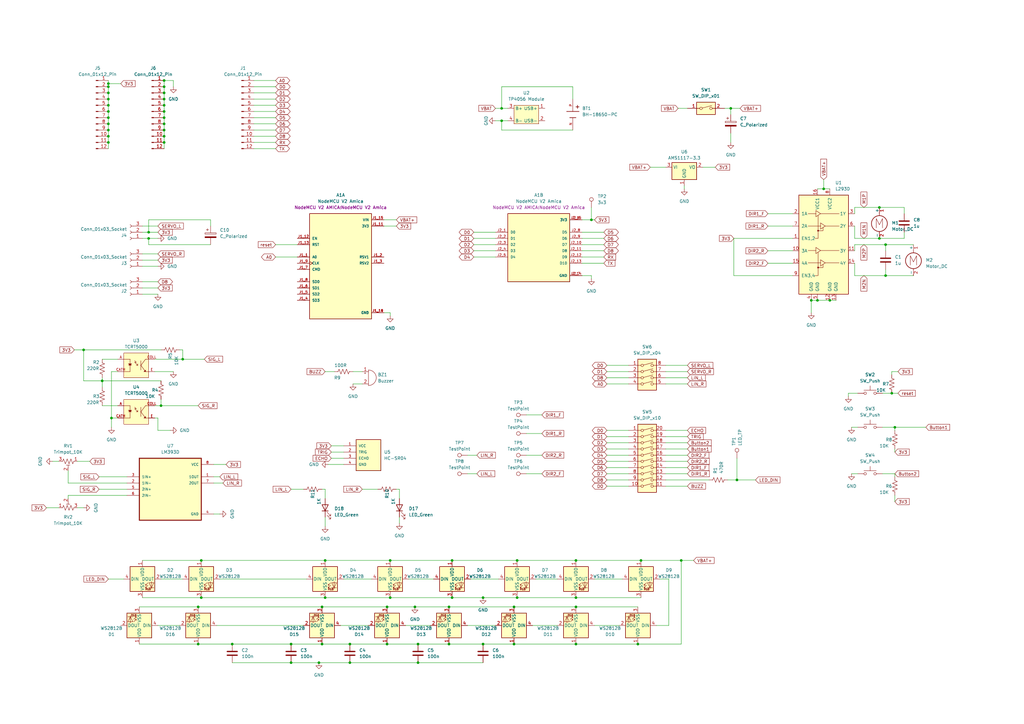
<source format=kicad_sch>
(kicad_sch (version 20230121) (generator eeschema)
  (paper "A3")
  (title_block (title "NomoKit Schematic") (date "2023-11-14") (rev "2"))
  (junction (at 34.29 143.51))
  (junction (at 44.45 34.29))
  (junction (at 74.93 147.32))
  (junction (at 67.31 53.34))
  (junction (at 44.45 50.8))
  (junction (at 119.38 271.78))
  (junction (at 236.22 229.87))
  (junction (at 67.31 43.18))
  (junction (at 67.31 58.42))
  (junction (at 41.91 156.21))
  (junction (at 160.02 229.87))
  (junction (at 82.55 245.11))
  (junction (at 360.68 85.09))
  (junction (at 82.55 229.87))
  (junction (at 236.22 245.11))
  (junction (at 302.26 196.85))
  (junction (at 210.82 248.92))
  (junction (at 67.31 38.1))
  (junction (at 363.22 100.33))
  (junction (at 67.31 40.64))
  (junction (at 44.45 35.56))
  (junction (at 44.45 58.42))
  (junction (at 332.74 123.19))
  (junction (at 67.31 33.02))
  (junction (at 67.31 50.8))
  (junction (at 236.22 248.92))
  (junction (at 67.31 48.26))
  (junction (at 44.45 45.72))
  (junction (at 212.09 245.11))
  (junction (at 212.09 229.87))
  (junction (at 133.35 245.11))
  (junction (at 132.08 248.92))
  (junction (at 242.57 90.17))
  (junction (at 67.31 45.72))
  (junction (at 67.31 55.88))
  (junction (at 170.18 248.92))
  (junction (at 205.74 49.53))
  (junction (at 367.03 175.26))
  (junction (at 210.82 264.16))
  (junction (at 60.96 97.79))
  (junction (at 81.28 264.16))
  (junction (at 198.12 264.16))
  (junction (at 299.72 44.45))
  (junction (at 185.42 245.11))
  (junction (at 158.75 248.92))
  (junction (at 81.28 248.92))
  (junction (at 44.45 38.1))
  (junction (at 67.31 35.56))
  (junction (at 262.89 229.87))
  (junction (at 44.45 55.88))
  (junction (at 44.45 53.34))
  (junction (at 171.45 264.16))
  (junction (at 119.38 264.16))
  (junction (at 44.45 48.26))
  (junction (at 143.51 264.16))
  (junction (at 261.62 264.16))
  (junction (at 132.08 264.16))
  (junction (at 363.22 113.03))
  (junction (at 340.36 123.19))
  (junction (at 171.45 271.78))
  (junction (at 44.45 43.18))
  (junction (at 143.51 271.78))
  (junction (at 184.15 264.16))
  (junction (at 360.68 97.79))
  (junction (at 95.25 264.16))
  (junction (at 198.12 245.11))
  (junction (at 60.96 95.25))
  (junction (at 335.28 123.19))
  (junction (at 365.76 161.29))
  (junction (at 130.81 271.78))
  (junction (at 66.04 166.37))
  (junction (at 44.45 40.64))
  (junction (at 158.75 264.16))
  (junction (at 185.42 229.87))
  (junction (at 205.74 44.45))
  (junction (at 133.35 229.87))
  (junction (at 45.72 171.45))
  (junction (at 160.02 245.11))
  (junction (at 184.15 248.92))
  (junction (at 337.82 77.47))
  (junction (at 236.22 264.16))
  (junction (at 279.4 229.87))
  (wire (pts (xy 52.07 198.12) (xy 27.94 198.12)))
  (wire (pts (xy 203.2 49.53) (xy 205.74 49.53)))
  (wire (pts (xy 143.51 271.78) (xy 171.45 271.78)))
  (wire (pts (xy 365.76 152.4) (xy 368.3 152.4)))
  (wire (pts (xy 238.76 105.41) (xy 247.65 105.41)))
  (wire (pts (xy 160.02 128.27) (xy 157.48 128.27)))
  (wire (pts (xy 132.08 264.16) (xy 119.38 264.16)))
  (wire (pts (xy 314.96 107.95) (xy 325.12 107.95)))
  (wire (pts (xy 44.45 35.56) (xy 44.45 38.1)))
  (wire (pts (xy 124.46 200.66) (xy 119.38 200.66)))
  (wire (pts (xy 278.13 44.45) (xy 281.94 44.45)))
  (wire (pts (xy 135.89 185.42) (xy 140.97 185.42)))
  (wire (pts (xy 44.45 53.34) (xy 44.45 55.88)))
  (wire (pts (xy 191.77 194.31) (xy 195.58 194.31)))
  (wire (pts (xy 90.17 237.49) (xy 125.73 237.49)))
  (wire (pts (xy 104.14 35.56) (xy 113.03 35.56)))
  (wire (pts (xy 135.89 187.96) (xy 140.97 187.96)))
  (wire (pts (xy 350.52 113.03) (xy 363.22 113.03)))
  (wire (pts (xy 273.05 154.94) (xy 281.94 154.94)))
  (wire (pts (xy 273.05 152.4) (xy 281.94 152.4)))
  (wire (pts (xy 203.2 44.45) (xy 205.74 44.45)))
  (wire (pts (xy 363.22 100.33) (xy 374.65 100.33)))
  (wire (pts (xy 60.96 97.79) (xy 60.96 100.33)))
  (wire (pts (xy 370.84 95.25) (xy 370.84 97.79)))
  (wire (pts (xy 299.72 44.45) (xy 299.72 46.99)))
  (wire (pts (xy 67.31 50.8) (xy 67.31 53.34)))
  (wire (pts (xy 273.05 191.77) (xy 281.94 191.77)))
  (wire (pts (xy 299.72 44.45) (xy 303.53 44.45)))
  (wire (pts (xy 58.42 97.79) (xy 60.96 97.79)))
  (wire (pts (xy 215.9 177.8) (xy 222.25 177.8)))
  (wire (pts (xy 40.64 195.58) (xy 52.07 195.58)))
  (wire (pts (xy 194.31 97.79) (xy 203.2 97.79)))
  (wire (pts (xy 288.29 68.58) (xy 293.37 68.58)))
  (wire (pts (xy 198.12 245.11) (xy 212.09 245.11)))
  (wire (pts (xy 130.81 271.78) (xy 143.51 271.78)))
  (wire (pts (xy 360.68 97.79) (xy 370.84 97.79)))
  (wire (pts (xy 36.83 189.23) (xy 31.75 189.23)))
  (wire (pts (xy 88.9 256.54) (xy 124.46 256.54)))
  (wire (pts (xy 44.45 34.29) (xy 44.45 35.56)))
  (wire (pts (xy 44.45 50.8) (xy 44.45 53.34)))
  (wire (pts (xy 160.02 129.54) (xy 160.02 128.27)))
  (wire (pts (xy 205.74 44.45) (xy 208.28 44.45)))
  (wire (pts (xy 44.45 40.64) (xy 44.45 43.18)))
  (wire (pts (xy 74.93 147.32) (xy 74.93 143.51)))
  (wire (pts (xy 350.52 100.33) (xy 350.52 102.87)))
  (wire (pts (xy 104.14 50.8) (xy 113.03 50.8)))
  (wire (pts (xy 87.63 198.12) (xy 91.44 198.12)))
  (wire (pts (xy 64.77 176.53) (xy 64.77 171.45)))
  (wire (pts (xy 74.93 147.32) (xy 83.82 147.32)))
  (wire (pts (xy 104.14 60.96) (xy 113.03 60.96)))
  (wire (pts (xy 133.35 204.47) (xy 133.35 200.66)))
  (wire (pts (xy 273.05 179.07) (xy 281.94 179.07)))
  (wire (pts (xy 269.24 256.54) (xy 274.32 256.54)))
  (wire (pts (xy 332.74 123.19) (xy 335.28 123.19)))
  (wire (pts (xy 257.81 199.39) (xy 248.92 199.39)))
  (wire (pts (xy 63.5 147.32) (xy 74.93 147.32)))
  (wire (pts (xy 44.45 33.02) (xy 44.45 34.29)))
  (wire (pts (xy 302.26 187.96) (xy 302.26 196.85)))
  (wire (pts (xy 163.83 204.47) (xy 163.83 200.66)))
  (wire (pts (xy 60.96 95.25) (xy 60.96 90.17)))
  (wire (pts (xy 299.72 54.61) (xy 299.72 58.42)))
  (wire (pts (xy 363.22 110.49) (xy 363.22 113.03)))
  (wire (pts (xy 236.22 248.92) (xy 210.82 248.92)))
  (wire (pts (xy 41.91 156.21) (xy 66.04 156.21)))
  (wire (pts (xy 49.53 34.29) (xy 44.45 34.29)))
  (wire (pts (xy 58.42 120.65) (xy 64.77 120.65)))
  (wire (pts (xy 67.31 53.34) (xy 67.31 55.88)))
  (wire (pts (xy 300.99 97.79) (xy 325.12 97.79)))
  (wire (pts (xy 198.12 264.16) (xy 184.15 264.16)))
  (wire (pts (xy 67.31 48.26) (xy 67.31 50.8)))
  (wire (pts (xy 87.63 210.82) (xy 90.17 210.82)))
  (wire (pts (xy 163.83 200.66) (xy 162.56 200.66)))
  (wire (pts (xy 158.75 248.92) (xy 132.08 248.92)))
  (wire (pts (xy 58.42 245.11) (xy 82.55 245.11)))
  (wire (pts (xy 210.82 264.16) (xy 198.12 264.16)))
  (wire (pts (xy 314.96 102.87) (xy 325.12 102.87)))
  (wire (pts (xy 367.03 175.26) (xy 361.95 175.26)))
  (wire (pts (xy 58.42 109.22) (xy 64.77 109.22)))
  (wire (pts (xy 58.42 92.71) (xy 64.77 92.71)))
  (wire (pts (xy 171.45 271.78) (xy 198.12 271.78)))
  (wire (pts (xy 215.9 170.18) (xy 222.25 170.18)))
  (wire (pts (xy 104.14 33.02) (xy 113.03 33.02)))
  (wire (pts (xy 243.84 256.54) (xy 254 256.54)))
  (wire (pts (xy 194.31 102.87) (xy 203.2 102.87)))
  (wire (pts (xy 335.28 77.47) (xy 337.82 77.47)))
  (wire (pts (xy 67.31 58.42) (xy 67.31 60.96)))
  (wire (pts (xy 67.31 35.56) (xy 67.31 38.1)))
  (wire (pts (xy 44.45 38.1) (xy 44.45 40.64)))
  (wire (pts (xy 337.82 77.47) (xy 337.82 73.66)))
  (wire (pts (xy 60.96 100.33) (xy 86.36 100.33)))
  (wire (pts (xy 273.05 157.48) (xy 281.94 157.48)))
  (wire (pts (xy 273.05 68.58) (xy 266.7 68.58)))
  (wire (pts (xy 273.05 184.15) (xy 281.94 184.15)))
  (wire (pts (xy 205.74 35.56) (xy 205.74 44.45)))
  (wire (pts (xy 262.89 229.87) (xy 279.4 229.87)))
  (wire (pts (xy 297.18 44.45) (xy 299.72 44.45)))
  (wire (pts (xy 234.95 35.56) (xy 205.74 35.56)))
  (wire (pts (xy 194.31 105.41) (xy 203.2 105.41)))
  (wire (pts (xy 248.92 149.86) (xy 257.81 149.86)))
  (wire (pts (xy 210.82 248.92) (xy 184.15 248.92)))
  (wire (pts (xy 360.68 97.79) (xy 350.52 97.79)))
  (wire (pts (xy 261.62 264.16) (xy 236.22 264.16)))
  (wire (pts (xy 185.42 229.87) (xy 212.09 229.87)))
  (wire (pts (xy 57.15 248.92) (xy 81.28 248.92)))
  (wire (pts (xy 257.81 184.15) (xy 248.92 184.15)))
  (wire (pts (xy 81.28 248.92) (xy 132.08 248.92)))
  (wire (pts (xy 48.26 166.37) (xy 41.91 166.37)))
  (wire (pts (xy 64.77 256.54) (xy 73.66 256.54)))
  (wire (pts (xy 67.31 45.72) (xy 67.31 48.26)))
  (wire (pts (xy 57.15 264.16) (xy 81.28 264.16)))
  (wire (pts (xy 104.14 38.1) (xy 113.03 38.1)))
  (wire (pts (xy 71.12 33.02) (xy 67.31 33.02)))
  (wire (pts (xy 337.82 77.47) (xy 340.36 77.47)))
  (wire (pts (xy 41.91 156.21) (xy 41.91 154.94)))
  (wire (pts (xy 205.74 53.34) (xy 205.74 49.53)))
  (wire (pts (xy 40.64 200.66) (xy 52.07 200.66)))
  (wire (pts (xy 67.31 43.18) (xy 67.31 45.72)))
  (wire (pts (xy 58.42 95.25) (xy 60.96 95.25)))
  (wire (pts (xy 365.76 153.67) (xy 365.76 152.4)))
  (wire (pts (xy 215.9 186.69) (xy 222.25 186.69)))
  (wire (pts (xy 360.68 85.09) (xy 370.84 85.09)))
  (wire (pts (xy 66.04 166.37) (xy 81.28 166.37)))
  (wire (pts (xy 274.32 237.49) (xy 270.51 237.49)))
  (wire (pts (xy 133.35 212.09) (xy 133.35 215.9)))
  (wire (pts (xy 191.77 256.54) (xy 203.2 256.54)))
  (wire (pts (xy 67.31 55.88) (xy 67.31 58.42)))
  (wire (pts (xy 104.14 40.64) (xy 113.03 40.64)))
  (wire (pts (xy 27.94 203.2) (xy 52.07 203.2)))
  (wire (pts (xy 236.22 245.11) (xy 262.89 245.11)))
  (wire (pts (xy 379.73 175.26) (xy 367.03 175.26)))
  (wire (pts (xy 66.04 166.37) (xy 63.5 166.37)))
  (wire (pts (xy 257.81 176.53) (xy 248.92 176.53)))
  (wire (pts (xy 160.02 229.87) (xy 185.42 229.87)))
  (wire (pts (xy 242.57 90.17) (xy 243.84 90.17)))
  (wire (pts (xy 151.13 256.54) (xy 139.7 256.54)))
  (wire (pts (xy 314.96 87.63) (xy 325.12 87.63)))
  (wire (pts (xy 134.62 190.5) (xy 140.97 190.5)))
  (wire (pts (xy 280.67 77.47) (xy 280.67 76.2)))
  (wire (pts (xy 273.05 194.31) (xy 281.94 194.31)))
  (wire (pts (xy 31.75 208.28) (xy 34.29 208.28)))
  (wire (pts (xy 95.25 264.16) (xy 119.38 264.16)))
  (wire (pts (xy 74.93 143.51) (xy 73.66 143.51)))
  (wire (pts (xy 273.05 189.23) (xy 281.94 189.23)))
  (wire (pts (xy 121.92 105.41) (xy 113.03 105.41)))
  (wire (pts (xy 166.37 256.54) (xy 176.53 256.54)))
  (wire (pts (xy 140.97 237.49) (xy 152.4 237.49)))
  (wire (pts (xy 19.05 208.28) (xy 24.13 208.28)))
  (wire (pts (xy 44.45 43.18) (xy 44.45 45.72)))
  (wire (pts (xy 44.45 237.49) (xy 50.8 237.49)))
  (wire (pts (xy 44.45 58.42) (xy 44.45 60.96)))
  (wire (pts (xy 365.76 161.29) (xy 361.95 161.29)))
  (wire (pts (xy 67.31 38.1) (xy 67.31 40.64)))
  (wire (pts (xy 82.55 245.11) (xy 133.35 245.11)))
  (wire (pts (xy 218.44 256.54) (xy 228.6 256.54)))
  (wire (pts (xy 184.15 264.16) (xy 171.45 264.16)))
  (wire (pts (xy 82.55 229.87) (xy 133.35 229.87)))
  (wire (pts (xy 347.98 161.29) (xy 351.79 161.29)))
  (wire (pts (xy 60.96 95.25) (xy 64.77 95.25)))
  (wire (pts (xy 44.45 45.72) (xy 44.45 48.26)))
  (wire (pts (xy 113.03 100.33) (xy 121.92 100.33)))
  (wire (pts (xy 171.45 264.16) (xy 158.75 264.16)))
  (wire (pts (xy 248.92 152.4) (xy 257.81 152.4)))
  (wire (pts (xy 347.98 162.56) (xy 347.98 161.29)))
  (wire (pts (xy 350.52 85.09) (xy 350.52 87.63)))
  (wire (pts (xy 34.29 156.21) (xy 41.91 156.21)))
  (wire (pts (xy 104.14 48.26) (xy 113.03 48.26)))
  (wire (pts (xy 41.91 156.21) (xy 41.91 158.75)))
  (wire (pts (xy 335.28 123.19) (xy 340.36 123.19)))
  (wire (pts (xy 349.25 175.26) (xy 351.79 175.26)))
  (wire (pts (xy 212.09 245.11) (xy 236.22 245.11)))
  (wire (pts (xy 27.94 198.12) (xy 27.94 193.04)))
  (wire (pts (xy 302.26 196.85) (xy 309.88 196.85)))
  (wire (pts (xy 274.32 256.54) (xy 274.32 237.49)))
  (wire (pts (xy 41.91 147.32) (xy 48.26 147.32)))
  (wire (pts (xy 340.36 123.19) (xy 342.9 123.19)))
  (wire (pts (xy 191.77 186.69) (xy 195.58 186.69)))
  (wire (pts (xy 104.14 45.72) (xy 113.03 45.72)))
  (wire (pts (xy 95.25 264.16) (xy 81.28 264.16)))
  (wire (pts (xy 234.95 53.34) (xy 205.74 53.34)))
  (wire (pts (xy 360.68 85.09) (xy 350.52 85.09)))
  (wire (pts (xy 104.14 43.18) (xy 113.03 43.18)))
  (wire (pts (xy 236.22 264.16) (xy 210.82 264.16)))
  (wire (pts (xy 273.05 196.85) (xy 290.83 196.85)))
  (wire (pts (xy 92.71 190.5) (xy 87.63 190.5)))
  (wire (pts (xy 45.72 152.4) (xy 45.72 171.45)))
  (wire (pts (xy 257.81 194.31) (xy 248.92 194.31)))
  (wire (pts (xy 273.05 186.69) (xy 281.94 186.69)))
  (wire (pts (xy 261.62 248.92) (xy 236.22 248.92)))
  (wire (pts (xy 238.76 107.95) (xy 247.65 107.95)))
  (wire (pts (xy 236.22 229.87) (xy 262.89 229.87)))
  (wire (pts (xy 238.76 100.33) (xy 247.65 100.33)))
  (wire (pts (xy 133.35 152.4) (xy 137.16 152.4)))
  (wire (pts (xy 363.22 113.03) (xy 374.65 113.03)))
  (wire (pts (xy 363.22 100.33) (xy 363.22 102.87)))
  (wire (pts (xy 119.38 271.78) (xy 130.81 271.78)))
  (wire (pts (xy 242.57 114.3) (xy 242.57 113.03)))
  (wire (pts (xy 194.31 100.33) (xy 203.2 100.33)))
  (wire (pts (xy 273.05 181.61) (xy 281.94 181.61)))
  (wire (pts (xy 350.52 100.33) (xy 363.22 100.33)))
  (wire (pts (xy 205.74 49.53) (xy 208.28 49.53)))
  (wire (pts (xy 273.05 176.53) (xy 281.94 176.53)))
  (wire (pts (xy 300.99 113.03) (xy 325.12 113.03)))
  (wire (pts (xy 44.45 55.88) (xy 44.45 58.42)))
  (wire (pts (xy 257.81 181.61) (xy 248.92 181.61)))
  (wire (pts (xy 133.35 200.66) (xy 132.08 200.66)))
  (wire (pts (xy 238.76 102.87) (xy 247.65 102.87)))
  (wire (pts (xy 273.05 149.86) (xy 281.94 149.86)))
  (wire (pts (xy 242.57 85.09) (xy 242.57 90.17)))
  (wire (pts (xy 34.29 143.51) (xy 34.29 156.21)))
  (wire (pts (xy 314.96 92.71) (xy 325.12 92.71)))
  (wire (pts (xy 158.75 264.16) (xy 143.51 264.16)))
  (wire (pts (xy 257.81 196.85) (xy 248.92 196.85)))
  (wire (pts (xy 242.57 113.03) (xy 238.76 113.03)))
  (wire (pts (xy 34.29 143.51) (xy 66.04 143.51)))
  (wire (pts (xy 238.76 90.17) (xy 242.57 90.17)))
  (wire (pts (xy 133.35 245.11) (xy 160.02 245.11)))
  (wire (pts (xy 248.92 157.48) (xy 257.81 157.48)))
  (wire (pts (xy 370.84 85.09) (xy 370.84 87.63)))
  (wire (pts (xy 104.14 58.42) (xy 113.03 58.42)))
  (wire (pts (xy 71.12 35.56) (xy 71.12 33.02)))
  (wire (pts (xy 257.81 189.23) (xy 248.92 189.23)))
  (wire (pts (xy 24.13 189.23) (xy 21.59 189.23)))
  (wire (pts (xy 58.42 104.14) (xy 64.77 104.14)))
  (wire (pts (xy 95.25 271.78) (xy 119.38 271.78)))
  (wire (pts (xy 367.03 194.31) (xy 361.95 194.31)))
  (wire (pts (xy 219.71 237.49) (xy 228.6 237.49)))
  (wire (pts (xy 273.05 199.39) (xy 281.94 199.39)))
  (wire (pts (xy 30.48 143.51) (xy 34.29 143.51)))
  (wire (pts (xy 104.14 53.34) (xy 113.03 53.34)))
  (wire (pts (xy 60.96 90.17) (xy 86.36 90.17)))
  (wire (pts (xy 243.84 237.49) (xy 255.27 237.49)))
  (wire (pts (xy 257.81 191.77) (xy 248.92 191.77)))
  (wire (pts (xy 365.76 161.29) (xy 368.3 161.29)))
  (wire (pts (xy 133.35 229.87) (xy 160.02 229.87)))
  (wire (pts (xy 144.78 157.48) (xy 148.59 157.48)))
  (wire (pts (xy 367.03 184.15) (xy 367.03 185.42)))
  (wire (pts (xy 45.72 171.45) (xy 48.26 171.45)))
  (wire (pts (xy 63.5 152.4) (xy 71.12 152.4)))
  (wire (pts (xy 163.83 212.09) (xy 163.83 214.63)))
  (wire (pts (xy 300.99 97.79) (xy 300.99 113.03)))
  (wire (pts (xy 66.04 163.83) (xy 66.04 166.37)))
  (wire (pts (xy 60.96 97.79) (xy 64.77 97.79)))
  (wire (pts (xy 27.94 204.47) (xy 27.94 203.2)))
  (wire (pts (xy 367.03 176.53) (xy 367.03 175.26)))
  (wire (pts (xy 44.45 48.26) (xy 44.45 50.8)))
  (wire (pts (xy 194.31 95.25) (xy 203.2 95.25)))
  (wire (pts (xy 58.42 106.68) (xy 64.77 106.68)))
  (wire (pts (xy 284.48 229.87) (xy 279.4 229.87)))
  (wire (pts (xy 167.64 237.49) (xy 177.8 237.49)))
  (wire (pts (xy 248.92 154.94) (xy 257.81 154.94)))
  (wire (pts (xy 58.42 118.11) (xy 64.77 118.11)))
  (wire (pts (xy 148.59 200.66) (xy 154.94 200.66)))
  (wire (pts (xy 69.85 176.53) (xy 64.77 176.53)))
  (wire (pts (xy 212.09 229.87) (xy 236.22 229.87)))
  (wire (pts (xy 238.76 95.25) (xy 247.65 95.25)))
  (wire (pts (xy 87.63 195.58) (xy 90.17 195.58)))
  (wire (pts (xy 350.52 97.79) (xy 350.52 92.71)))
  (wire (pts (xy 279.4 264.16) (xy 261.62 264.16)))
  (wire (pts (xy 170.18 248.92) (xy 158.75 248.92)))
  (wire (pts (xy 279.4 229.87) (xy 279.4 264.16)))
  (wire (pts (xy 144.78 152.4) (xy 148.59 152.4)))
  (wire (pts (xy 350.52 113.03) (xy 350.52 107.95)))
  (wire (pts (xy 298.45 196.85) (xy 302.26 196.85)))
  (wire (pts (xy 238.76 97.79) (xy 247.65 97.79)))
  (wire (pts (xy 184.15 248.92) (xy 170.18 248.92)))
  (wire (pts (xy 157.48 90.17) (xy 162.56 90.17)))
  (wire (pts (xy 160.02 245.11) (xy 185.42 245.11)))
  (wire (pts (xy 58.42 229.87) (xy 82.55 229.87)))
  (wire (pts (xy 104.14 55.88) (xy 113.03 55.88)))
  (wire (pts (xy 185.42 245.11) (xy 198.12 245.11)))
  (wire (pts (xy 349.25 194.31) (xy 351.79 194.31)))
  (wire (pts (xy 58.42 115.57) (xy 64.77 115.57)))
  (wire (pts (xy 157.48 92.71) (xy 162.56 92.71)))
  (wire (pts (xy 86.36 90.17) (xy 86.36 92.71)))
  (wire (pts (xy 257.81 179.07) (xy 248.92 179.07)))
  (wire (pts (xy 257.81 186.69) (xy 248.92 186.69)))
  (wire (pts (xy 67.31 33.02) (xy 67.31 35.56)))
  (wire (pts (xy 67.31 40.64) (xy 67.31 43.18)))
  (wire (pts (xy 193.04 237.49) (xy 204.47 237.49)))
  (wire (pts (xy 367.03 203.2) (xy 367.03 205.74)))
  (wire (pts (xy 48.26 152.4) (xy 45.72 152.4)))
  (wire (pts (xy 45.72 171.45) (xy 45.72 175.26)))
  (wire (pts (xy 367.03 195.58) (xy 367.03 194.31)))
  (wire (pts (xy 332.74 123.19) (xy 332.74 128.27)))
  (wire (pts (xy 215.9 194.31) (xy 222.25 194.31)))
  (wire (pts (xy 135.89 182.88) (xy 140.97 182.88)))
  (wire (pts (xy 234.95 40.64) (xy 234.95 35.56)))
  (wire (pts (xy 66.04 237.49) (xy 74.93 237.49)))
  (wire (pts (xy 64.77 171.45) (xy 63.5 171.45)))
  (wire (pts (xy 143.51 264.16) (xy 132.08 264.16)))
  (global_label "DIR2_F" (shape input) (at 222.25 194.31 0) (property "Intersheetrefs" "${INTERSHEET_REFS}" (effects hide)))
  (global_label "D8" (shape bidirectional) (at 247.65 102.87 0) (property "Intersheetrefs" "${INTERSHEET_REFS}" (effects hide)))
  (global_label "VBAT+" (shape input) (at 284.48 229.87 0) (property "Intersheetrefs" "${INTERSHEET_REFS}" (effects hide)))
  (global_label "LIN_R" (shape input) (at 195.58 186.69 0) (property "Intersheetrefs" "${INTERSHEET_REFS}" (effects hide)))
  (global_label "BUZZ" (shape input) (at 281.94 199.39 0) (property "Intersheetrefs" "${INTERSHEET_REFS}" (effects hide)))
  (global_label "VBAT" (shape input) (at 278.13 44.45 180) (property "Intersheetrefs" "${INTERSHEET_REFS}" (effects hide)))
  (global_label "DIR1_R" (shape input) (at 281.94 194.31 0) (property "Intersheetrefs" "${INTERSHEET_REFS}" (effects hide)))
  (global_label "3V3" (shape input) (at 64.77 95.25 0) (property "Intersheetrefs" "${INTERSHEET_REFS}" (effects hide)))
  (global_label "3V3" (shape input) (at 293.37 68.58 0) (property "Intersheetrefs" "${INTERSHEET_REFS}" (effects hide)))
  (global_label "Button2" (shape input) (at 281.94 181.61 0) (property "Intersheetrefs" "${INTERSHEET_REFS}" (effects hide)))
  (global_label "ECHO" (shape input) (at 281.94 176.53 0) (property "Intersheetrefs" "${INTERSHEET_REFS}" (effects hide)))
  (global_label "reset" (shape input) (at 113.03 100.33 180) (property "Intersheetrefs" "${INTERSHEET_REFS}" (effects hide)))
  (global_label "BUZZ" (shape input) (at 133.35 152.4 180) (property "Intersheetrefs" "${INTERSHEET_REFS}" (effects hide)))
  (global_label "LED_DIN" (shape input) (at 44.45 237.49 180) (property "Intersheetrefs" "${INTERSHEET_REFS}" (effects hide)))
  (global_label "D2" (shape bidirectional) (at 113.03 40.64 0) (property "Intersheetrefs" "${INTERSHEET_REFS}" (effects hide)))
  (global_label "3V3" (shape input) (at 162.56 92.71 0) (property "Intersheetrefs" "${INTERSHEET_REFS}" (effects hide)))
  (global_label "Button1" (shape input) (at 281.94 184.15 0) (property "Intersheetrefs" "${INTERSHEET_REFS}" (effects hide)))
  (global_label "LIN_L" (shape input) (at 90.17 195.58 0) (property "Intersheetrefs" "${INTERSHEET_REFS}" (effects hide)))
  (global_label "DIR1_F" (shape input) (at 314.96 87.63 180) (property "Intersheetrefs" "${INTERSHEET_REFS}" (effects hide)))
  (global_label "SERVO_L" (shape input) (at 281.94 149.86 0) (property "Intersheetrefs" "${INTERSHEET_REFS}" (effects hide)))
  (global_label "D6" (shape bidirectional) (at 247.65 97.79 0) (property "Intersheetrefs" "${INTERSHEET_REFS}" (effects hide)))
  (global_label "3V3" (shape input) (at 64.77 106.68 0) (property "Intersheetrefs" "${INTERSHEET_REFS}" (effects hide)))
  (global_label "D4" (shape bidirectional) (at 194.31 105.41 180) (property "Intersheetrefs" "${INTERSHEET_REFS}" (effects hide)))
  (global_label "D3" (shape bidirectional) (at 113.03 43.18 0) (property "Intersheetrefs" "${INTERSHEET_REFS}" (effects hide)))
  (global_label "VBAT" (shape input) (at 203.2 44.45 180) (property "Intersheetrefs" "${INTERSHEET_REFS}" (effects hide)))
  (global_label "SERVO_R" (shape input) (at 281.94 152.4 0) (property "Intersheetrefs" "${INTERSHEET_REFS}" (effects hide)))
  (global_label "VBAT+" (shape input) (at 266.7 68.58 180) (property "Intersheetrefs" "${INTERSHEET_REFS}" (effects hide)))
  (global_label "A0" (shape bidirectional) (at 113.03 33.02 0) (property "Intersheetrefs" "${INTERSHEET_REFS}" (effects hide)))
  (global_label "DIR2_F" (shape input) (at 314.96 107.95 180) (property "Intersheetrefs" "${INTERSHEET_REFS}" (effects hide)))
  (global_label "LED_DIN" (shape input) (at 309.88 196.85 0) (property "Intersheetrefs" "${INTERSHEET_REFS}" (effects hide)))
  (global_label "D5" (shape bidirectional) (at 247.65 95.25 0) (property "Intersheetrefs" "${INTERSHEET_REFS}" (effects hide)))
  (global_label "A0" (shape bidirectional) (at 248.92 157.48 180) (property "Intersheetrefs" "${INTERSHEET_REFS}" (effects hide)))
  (global_label "D4" (shape bidirectional) (at 248.92 186.69 180) (property "Intersheetrefs" "${INTERSHEET_REFS}" (effects hide)))
  (global_label "DIR1_R" (shape input) (at 222.25 177.8 0) (property "Intersheetrefs" "${INTERSHEET_REFS}" (effects hide)))
  (global_label "3V3" (shape input) (at 367.03 185.42 0) (property "Intersheetrefs" "${INTERSHEET_REFS}" (effects hide)))
  (global_label "VBAT+" (shape input) (at 162.56 90.17 0) (property "Intersheetrefs" "${INTERSHEET_REFS}" (effects hide)))
  (global_label "3V3" (shape input) (at 135.89 182.88 180) (property "Intersheetrefs" "${INTERSHEET_REFS}" (effects hide)))
  (global_label "DIR2_R" (shape input) (at 222.25 186.69 0) (property "Intersheetrefs" "${INTERSHEET_REFS}" (effects hide)))
  (global_label "M1N" (shape input) (at 354.33 97.79 90) (property "Intersheetrefs" "${INTERSHEET_REFS}" (effects hide)))
  (global_label "D2" (shape bidirectional) (at 248.92 181.61 180) (property "Intersheetrefs" "${INTERSHEET_REFS}" (effects hide)))
  (global_label "Button2" (shape input) (at 367.03 194.31 0) (property "Intersheetrefs" "${INTERSHEET_REFS}" (effects hide)))
  (global_label "DIR2_R" (shape input) (at 314.96 102.87 180) (property "Intersheetrefs" "${INTERSHEET_REFS}" (effects hide)))
  (global_label "3V3" (shape input) (at 36.83 189.23 0) (property "Intersheetrefs" "${INTERSHEET_REFS}" (effects hide)))
  (global_label "A0" (shape bidirectional) (at 113.03 105.41 180) (property "Intersheetrefs" "${INTERSHEET_REFS}" (effects hide)))
  (global_label "D3" (shape bidirectional) (at 248.92 184.15 180) (property "Intersheetrefs" "${INTERSHEET_REFS}" (effects hide)))
  (global_label "LIN_R" (shape input) (at 91.44 198.12 0) (property "Intersheetrefs" "${INTERSHEET_REFS}" (effects hide)))
  (global_label "3V3" (shape input) (at 49.53 34.29 0) (property "Intersheetrefs" "${INTERSHEET_REFS}" (effects hide)))
  (global_label "RX" (shape input) (at 247.65 105.41 0) (property "Intersheetrefs" "${INTERSHEET_REFS}" (effects hide)))
  (global_label "LIN_L" (shape input) (at 195.58 194.31 0) (property "Intersheetrefs" "${INTERSHEET_REFS}" (effects hide)))
  (global_label "M2P" (shape input) (at 354.33 100.33 270) (property "Intersheetrefs" "${INTERSHEET_REFS}" (effects hide)))
  (global_label "SIG_L" (shape input) (at 83.82 147.32 0) (property "Intersheetrefs" "${INTERSHEET_REFS}" (effects hide)))
  (global_label "SIG_R" (shape input) (at 40.64 200.66 180) (property "Intersheetrefs" "${INTERSHEET_REFS}" (effects hide)))
  (global_label "D0" (shape bidirectional) (at 248.92 149.86 180) (property "Intersheetrefs" "${INTERSHEET_REFS}" (effects hide)))
  (global_label "TX" (shape input) (at 247.65 107.95 0) (property "Intersheetrefs" "${INTERSHEET_REFS}" (effects hide)))
  (global_label "SERVO_L" (shape input) (at 64.77 92.71 0) (property "Intersheetrefs" "${INTERSHEET_REFS}" (effects hide)))
  (global_label "D5" (shape bidirectional) (at 113.03 48.26 0) (property "Intersheetrefs" "${INTERSHEET_REFS}" (effects hide)))
  (global_label "D1" (shape bidirectional) (at 194.31 97.79 180) (property "Intersheetrefs" "${INTERSHEET_REFS}" (effects hide)))
  (global_label "LIN_R" (shape input) (at 148.59 200.66 180) (property "Intersheetrefs" "${INTERSHEET_REFS}" (effects hide)))
  (global_label "D5" (shape bidirectional) (at 248.92 189.23 180) (property "Intersheetrefs" "${INTERSHEET_REFS}" (effects hide)))
  (global_label "RX" (shape bidirectional) (at 113.03 58.42 0) (property "Intersheetrefs" "${INTERSHEET_REFS}" (effects hide)))
  (global_label "LIN_L" (shape input) (at 119.38 200.66 180) (property "Intersheetrefs" "${INTERSHEET_REFS}" (effects hide)))
  (global_label "VBAT+" (shape input) (at 303.53 44.45 0) (property "Intersheetrefs" "${INTERSHEET_REFS}" (effects hide)))
  (global_label "D4" (shape bidirectional) (at 113.03 45.72 0) (property "Intersheetrefs" "${INTERSHEET_REFS}" (effects hide)))
  (global_label "DIR2_R" (shape input) (at 281.94 189.23 0) (property "Intersheetrefs" "${INTERSHEET_REFS}" (effects hide)))
  (global_label "SIG_R" (shape input) (at 81.28 166.37 0) (property "Intersheetrefs" "${INTERSHEET_REFS}" (effects hide)))
  (global_label "LIN_R" (shape input) (at 281.94 157.48 0) (property "Intersheetrefs" "${INTERSHEET_REFS}" (effects hide)))
  (global_label "3V3" (shape input) (at 64.77 118.11 0) (property "Intersheetrefs" "${INTERSHEET_REFS}" (effects hide)))
  (global_label "D8" (shape bidirectional) (at 248.92 196.85 180) (property "Intersheetrefs" "${INTERSHEET_REFS}" (effects hide)))
  (global_label "M1P" (shape input) (at 354.33 85.09 90) (property "Intersheetrefs" "${INTERSHEET_REFS}" (effects hide)))
  (global_label "D1" (shape bidirectional) (at 113.03 38.1 0) (property "Intersheetrefs" "${INTERSHEET_REFS}" (effects hide)))
  (global_label "D8" (shape bidirectional) (at 64.77 115.57 0) (property "Intersheetrefs" "${INTERSHEET_REFS}" (effects hide)))
  (global_label "D7" (shape bidirectional) (at 248.92 194.31 180) (property "Intersheetrefs" "${INTERSHEET_REFS}" (effects hide)))
  (global_label "Button1" (shape input) (at 379.73 175.26 0) (property "Intersheetrefs" "${INTERSHEET_REFS}" (effects hide)))
  (global_label "D6" (shape bidirectional) (at 248.92 191.77 180) (property "Intersheetrefs" "${INTERSHEET_REFS}" (effects hide)))
  (global_label "ECHO" (shape input) (at 135.89 187.96 180) (property "Intersheetrefs" "${INTERSHEET_REFS}" (effects hide)))
  (global_label "TRIG" (shape input) (at 135.89 185.42 180) (property "Intersheetrefs" "${INTERSHEET_REFS}" (effects hide)))
  (global_label "D0" (shape bidirectional) (at 194.31 95.25 180) (property "Intersheetrefs" "${INTERSHEET_REFS}" (effects hide)))
  (global_label "D0" (shape bidirectional) (at 248.92 199.39 180) (property "Intersheetrefs" "${INTERSHEET_REFS}" (effects hide)))
  (global_label "D8" (shape bidirectional) (at 113.03 55.88 0) (property "Intersheetrefs" "${INTERSHEET_REFS}" (effects hide)))
  (global_label "D7" (shape bidirectional) (at 113.03 53.34 0) (property "Intersheetrefs" "${INTERSHEET_REFS}" (effects hide)))
  (global_label "DIR2_F" (shape input) (at 281.94 186.69 0) (property "Intersheetrefs" "${INTERSHEET_REFS}" (effects hide)))
  (global_label "3V3" (shape input) (at 243.84 90.17 0) (property "Intersheetrefs" "${INTERSHEET_REFS}" (effects hide)))
  (global_label "D8" (shape bidirectional) (at 248.92 154.94 180) (property "Intersheetrefs" "${INTERSHEET_REFS}" (effects hide)))
  (global_label "3V3" (shape input) (at 92.71 190.5 0) (property "Intersheetrefs" "${INTERSHEET_REFS}" (effects hide)))
  (global_label "M2N" (shape input) (at 354.33 113.03 270) (property "Intersheetrefs" "${INTERSHEET_REFS}" (effects hide)))
  (global_label "reset" (shape input) (at 368.3 161.29 0) (property "Intersheetrefs" "${INTERSHEET_REFS}" (effects hide)))
  (global_label "DIR1_F" (shape input) (at 222.25 170.18 0) (property "Intersheetrefs" "${INTERSHEET_REFS}" (effects hide)))
  (global_label "D0" (shape bidirectional) (at 113.03 35.56 0) (property "Intersheetrefs" "${INTERSHEET_REFS}" (effects hide)))
  (global_label "D3" (shape bidirectional) (at 194.31 102.87 180) (property "Intersheetrefs" "${INTERSHEET_REFS}" (effects hide)))
  (global_label "DIR1_R" (shape input) (at 314.96 92.71 180) (property "Intersheetrefs" "${INTERSHEET_REFS}" (effects hide)))
  (global_label "3V3" (shape input) (at 300.99 97.79 180) (property "Intersheetrefs" "${INTERSHEET_REFS}" (effects hide)))
  (global_label "SIG_L" (shape input) (at 40.64 195.58 180) (property "Intersheetrefs" "${INTERSHEET_REFS}" (effects hide)))
  (global_label "D7" (shape bidirectional) (at 247.65 100.33 0) (property "Intersheetrefs" "${INTERSHEET_REFS}" (effects hide)))
  (global_label "D1" (shape bidirectional) (at 248.92 152.4 180) (property "Intersheetrefs" "${INTERSHEET_REFS}" (effects hide)))
  (global_label "D2" (shape bidirectional) (at 194.31 100.33 180) (property "Intersheetrefs" "${INTERSHEET_REFS}" (effects hide)))
  (global_label "VBAT+" (shape input) (at 337.82 73.66 90) (property "Intersheetrefs" "${INTERSHEET_REFS}" (effects hide)))
  (global_label "3V3" (shape input) (at 367.03 205.74 0) (property "Intersheetrefs" "${INTERSHEET_REFS}" (effects hide)))
  (global_label "DIR1_F" (shape input) (at 281.94 191.77 0) (property "Intersheetrefs" "${INTERSHEET_REFS}" (effects hide)))
  (global_label "3V3" (shape input) (at 368.3 152.4 0) (property "Intersheetrefs" "${INTERSHEET_REFS}" (effects hide)))
  (global_label "D6" (shape bidirectional) (at 113.03 50.8 0) (property "Intersheetrefs" "${INTERSHEET_REFS}" (effects hide)))
  (global_label "D1" (shape bidirectional) (at 248.92 179.07 180) (property "Intersheetrefs" "${INTERSHEET_REFS}" (effects hide)))
  (global_label "3V3" (shape input) (at 30.48 143.51 180) (property "Intersheetrefs" "${INTERSHEET_REFS}" (effects hide)))
  (global_label "3V3" (shape input) (at 19.05 208.28 180) (property "Intersheetrefs" "${INTERSHEET_REFS}" (effects hide)))
  (global_label "D0" (shape bidirectional) (at 248.92 176.53 180) (property "Intersheetrefs" "${INTERSHEET_REFS}" (effects hide)))
  (global_label "TRIG" (shape input) (at 281.94 179.07 0) (property "Intersheetrefs" "${INTERSHEET_REFS}" (effects hide)))
  (global_label "SERVO_R" (shape input) (at 64.77 104.14 0) (property "Intersheetrefs" "${INTERSHEET_REFS}" (effects hide)))
  (global_label "TX" (shape bidirectional) (at 113.03 60.96 0) (property "Intersheetrefs" "${INTERSHEET_REFS}" (effects hide)))
  (global_label "LIN_L" (shape input) (at 281.94 154.94 0) (property "Intersheetrefs" "${INTERSHEET_REFS}" (effects hide)))
  (symbol (lib_id "power:GND") (at 349.25 194.31 0) (unit 1)
    (property "Reference" "#PWR013" (effects hide))
    (property "Value" "GND" (at 349.25 199.39 0))
  )
  (symbol (lib_id "TCRT5000:TCRT5000") (at 55.88 168.91 0) (unit 1)
    (property "Reference" "U4" (at 55.88 158.75 0))
    (property "Value" "TCRT5000" (at 55.88 161.29 0))
    (property "Footprint" "TCRT5000:OPTO_TCRT5000" (effects hide))
    (property "MF" "Vishay" (effects hide))
    (property "MAXIMUM_PACKAGE_HEIGHT" "7.2mm" (effects hide))
    (property "Package" "TCRT5000 Vishay" (effects hide))
    (property "Price" "None" (effects hide))
    (property "Check_prices" "https://www.snapeda.com/parts/TCRT5000/Vishay+Semiconductor+Opto+Division/view-part/?ref=eda" (effects hide))
    (property "STANDARD" "Manufacturer recommendations" (effects hide))
    (property "PARTREV" "1.7" (effects hide))
    (property "SnapEDA_Link" "https://www.snapeda.com/parts/TCRT5000/Vishay+Semiconductor+Opto+Division/view-part/?ref=snap" (effects hide))
    (property "MP" "TCRT5000" (effects hide))
    (property "Purchase-URL" "https://www.snapeda.com/api/url_track_click_mouser/?unipart_id=885229&manufacturer=Vishay&part_name=TCRT5000&search_term=tcrt5000" (effects hide))
    (property "Description" "\nReflective Optical Sensor 0.591 (15mm) PCB Mount\n" (effects hide))
    (property "Availability" "In Stock" (effects hide))
    (property "MANUFACTURER" "Vishay" (effects hide))
  )
  (symbol (lib_id "Motor:Motor_DC") (at 374.65 105.41 0) (unit 1)
    (property "Reference" "M2" (at 379.73 106.68 0) (effects (justify left)))
    (property "Value" "Motor_DC" (at 379.73 109.22 0) (effects (justify left)))
    (property "Footprint" "TerminalBlock_TE-Connectivity:TerminalBlock_TE_282834-2_1x02_P2.54mm_Horizontal" (effects hide))
  )
  (symbol (lib_id "Connector:TestPoint") (at 215.9 194.31 90) (unit 1)
    (property "Reference" "TP6" (at 212.598 189.23 90))
    (property "Value" "TestPoint" (at 212.598 191.77 90))
    (property "Footprint" "TestPoint:TestPoint_Pad_D1.0mm" (effects hide))
  )
  (symbol (lib_id "Switch:SW_DIP_x01") (at 289.56 44.45 0) (unit 1)
    (property "Reference" "SW1" (at 289.56 36.83 0))
    (property "Value" "SW_DIP_x01" (at 289.56 39.37 0))
    (property "Footprint" "Button_Switch_THT:SW_DIP_SPSTx01_Slide_9.78x4.72mm_W7.62mm_P2.54mm" (effects hide))
  )
  (symbol (lib_id "Connector:TestPoint") (at 215.9 186.69 90) (unit 1)
    (property "Reference" "TP5" (at 212.598 181.61 90))
    (property "Value" "TestPoint" (at 212.598 184.15 90))
    (property "Footprint" "TestPoint:TestPoint_Pad_D1.0mm" (effects hide))
  )
  (symbol (lib_id "Device:R_US") (at 158.75 200.66 90) (unit 1)
    (property "Reference" "R10" (at 158.75 204.47 0) (effects (justify left)))
    (property "Value" "1K" (at 161.29 207.01 0) (effects (justify left)))
    (property "Footprint" "Resistor_SMD:R_0805_2012Metric" (effects hide))
  )
  (symbol (lib_id "Device:R_US") (at 69.85 143.51 90) (unit 1)
    (property "Reference" "R5" (at 69.85 147.32 0) (effects (justify left)))
    (property "Value" "10K" (at 72.39 149.86 0) (effects (justify left)))
    (property "Footprint" "Resistor_SMD:R_0805_2012Metric" (effects hide))
  )
  (symbol (lib_id "Connector:Conn_01x12_Pin") (at 99.06 45.72 0) (unit 1)
    (property "Reference" "J1" (at 99.695 27.94 0))
    (property "Value" "Conn_01x12_Pin" (at 99.695 30.48 0))
    (property "Footprint" "Connector_PinHeader_2.54mm:PinHeader_1x12_P2.54mm_Vertical" (effects hide))
  )
  (symbol (lib_id "Device:R_Potentiometer_Trim_US") (at 27.94 189.23 270) (unit 1)
    (property "Reference" "RV1" (at 27.94 182.88 90))
    (property "Value" "Trimpot_10K" (at 27.94 185.42 90))
    (property "Footprint" "Potentiometer_THT:Potentiometer_Runtron_RM-065_Vertical" (effects hide))
  )
  (symbol (lib_id "power:GND") (at 90.17 210.82 90) (unit 1)
    (property "Reference" "#PWR015" (effects hide))
    (property "Value" "GND" (at 95.25 210.82 0))
  )
  (symbol (lib_id "Connector:Conn_01x03_Socket") (at 53.34 106.68 180) (unit 1)
    (property "Reference" "J3" (at 52.07 107.95 0) (effects (justify left)))
    (property "Value" "Conn_01x03_Socket" (at 52.07 105.41 0) (effects (justify left)))
    (property "Footprint" "Connector_JST:JST_EH_B3B-EH-A_1x03_P2.50mm_Vertical" (effects hide))
  )
  (symbol (lib_id "Switch:SW_Push") (at 356.87 161.29 0) (unit 1)
    (property "Reference" "SW2" (at 356.87 153.67 0))
    (property "Value" "SW_Push" (at 356.87 156.21 0))
    (property "Footprint" "Button_Switch_THT:SW_PUSH_6mm_H4.3mm" (effects hide))
  )
  (symbol (lib_id "Connector:TestPoint") (at 191.77 186.69 90) (unit 1)
    (property "Reference" "TP7" (at 188.468 181.61 90))
    (property "Value" "TestPoint" (at 188.468 184.15 90))
    (property "Footprint" "TestPoint:TestPoint_Pad_D1.0mm" (effects hide))
  )
  (symbol (lib_id "Device:LED") (at 163.83 208.28 90) (unit 1)
    (property "Reference" "D17" (at 167.64 208.5975 90) (effects (justify right)))
    (property "Value" "LED_Green" (at 167.64 211.1375 90) (effects (justify right)))
    (property "Footprint" "LED_SMD:LED_0805_2012Metric" (effects hide))
  )
  (symbol (lib_id "power:GND") (at 198.12 245.11 0) (unit 1)
    (property "Reference" "#PWR02" (effects hide))
    (property "Value" "GND" (at 198.12 250.19 0))
  )
  (symbol (lib_id "power:GND") (at 242.57 114.3 0) (unit 1)
    (property "Reference" "#PWR05" (effects hide))
    (property "Value" "GND" (at 242.57 119.38 0))
  )
  (symbol (lib_id "LED:WS2812B") (at 184.15 256.54 180) (unit 1)
    (property "Reference" "D13" (at 172.72 260.1879 0))
    (property "Value" "WS2812B" (at 172.72 257.6479 0))
    (property "Footprint" "LED_SMD:LED_WS2812B_PLCC4_5.0x5.0mm_P3.2mm" (effects hide))
    (property "Datasheet" "https://cdn-shop.adafruit.com/datasheets/WS2812B.pdf" (effects hide))
  )
  (symbol (lib_id "Connector:Conn_01x12_Pin") (at 62.23 45.72 0) (unit 1)
    (property "Reference" "J6" (at 62.865 27.94 0))
    (property "Value" "Conn_01x12_Pin" (at 62.865 30.48 0))
    (property "Footprint" "Connector_PinHeader_2.54mm:PinHeader_1x12_P2.54mm_Vertical" (effects hide))
  )
  (symbol (lib_id "power:GND") (at 134.62 190.5 270) (unit 1)
    (property "Reference" "#PWR010" (effects hide))
    (property "Value" "GND" (at 130.81 190.5 90) (effects (justify right)))
  )
  (symbol (lib_id "LED:WS2812B") (at 236.22 256.54 180) (unit 1)
    (property "Reference" "D11" (at 224.79 260.1879 0))
    (property "Value" "WS2812B" (at 224.79 257.6479 0))
    (property "Footprint" "LED_SMD:LED_WS2812B_PLCC4_5.0x5.0mm_P3.2mm" (effects hide))
    (property "Datasheet" "https://cdn-shop.adafruit.com/datasheets/WS2812B.pdf" (effects hide))
  )
  (symbol (lib_id "Device:R_US") (at 140.97 152.4 90) (unit 1)
    (property "Reference" "R9" (at 139.7 154.94 90) (effects (justify left)))
    (property "Value" "100R" (at 142.24 149.86 90) (effects (justify left)))
    (property "Footprint" "Resistor_SMD:R_0805_2012Metric" (effects hide))
  )
  (symbol (lib_id "Device:LED") (at 133.35 208.28 90) (unit 1)
    (property "Reference" "D18" (at 137.16 208.5975 90) (effects (justify right)))
    (property "Value" "LED_Green" (at 137.16 211.1375 90) (effects (justify right)))
    (property "Footprint" "LED_SMD:LED_0805_2012Metric" (effects hide))
  )
  (symbol (lib_id "LED:WS2812B") (at 262.89 237.49 0) (unit 1)
    (property "Reference" "D9" (at 274.32 233.8421 0))
    (property "Value" "WS2812B" (at 274.32 236.3821 0))
    (property "Footprint" "LED_SMD:LED_WS2812B_PLCC4_5.0x5.0mm_P3.2mm" (effects hide))
    (property "Datasheet" "https://cdn-shop.adafruit.com/datasheets/WS2812B.pdf" (effects hide))
  )
  (symbol (lib_id "Device:R_US") (at 41.91 151.13 0) (unit 1)
    (property "Reference" "R2" (at 38.1 148.59 0) (effects (justify left)))
    (property "Value" "220R" (at 35.56 151.13 0) (effects (justify left)))
    (property "Footprint" "Resistor_SMD:R_0805_2012Metric" (effects hide))
  )
  (symbol (lib_id "NodeMCU V2 AMICA:NodeMCU V2 Amica") (at 139.7 107.95 0) (unit 1)
    (property "Reference" "A1" (at 139.7 80.01 0))
    (property "Value" "NodeMCU V2 Amica" (at 139.7 82.55 0))
    (property "Footprint" "NodeMCU V2 AMICA:NodeMCU V2 Amica" (at 139.7 85.09 0))
    (property "MF" "Seeed Technology" (effects hide))
    (property "MAXIMUM_PACKAGE_HEIGHT" "N/A" (effects hide))
    (property "Package" "None" (effects hide))
    (property "Price" "None" (effects hide))
    (property "Check_prices" "https://www.snapeda.com/parts/NodeMCU%20v2/Seeed+Technology+Co.%252C+Ltd/view-part/?ref=eda" (effects hide))
    (property "STANDARD" "Manufacturer Recommendations" (effects hide))
    (property "PARTREV" "N/A" (effects hide))
    (property "SnapEDA_Link" "https://www.snapeda.com/parts/NodeMCU%20v2/Seeed+Technology+Co.%252C+Ltd/view-part/?ref=snap" (effects hide))
    (property "MP" "NodeMCU v2" (effects hide))
    (property "Description" "\nAn open-source firmware and development kit that helps you to Prototype your IOT product within a few Lua script lines\n" (effects hide))
    (property "Availability" "Not in stock" (effects hide))
    (property "MANUFACTURER" "Seeed" (effects hide))
  )
  (symbol (lib_id "Device:R_US") (at 294.64 196.85 90) (unit 1)
    (property "Reference" "R1" (at 293.37 194.31 0) (effects (justify left)))
    (property "Value" "470R" (at 295.91 194.31 0) (effects (justify left)))
    (property "Footprint" "Resistor_SMD:R_0805_2012Metric" (effects hide))
  )
  (symbol (lib_id "Connector:TestPoint") (at 215.9 170.18 90) (unit 1)
    (property "Reference" "TP3" (at 212.598 165.1 90))
    (property "Value" "TestPoint" (at 212.598 167.64 90))
    (property "Footprint" "TestPoint:TestPoint_Pad_D1.0mm" (effects hide))
  )
  (symbol (lib_id "power:GND") (at 170.18 248.92 0) (unit 1)
    (property "Reference" "#PWR03" (effects hide))
    (property "Value" "GND" (at 170.18 254 0))
  )
  (symbol (lib_id "power:GND") (at 203.2 49.53 270) (unit 1)
    (property "Reference" "#PWR04" (effects hide))
    (property "Value" "GND" (at 199.39 49.53 0))
  )
  (symbol (lib_id "power:GND") (at 130.81 271.78 0) (unit 1)
    (property "Reference" "#PWR011" (effects hide))
    (property "Value" "GND" (at 130.81 276.86 0))
  )
  (symbol (lib_id "Regulator_Linear:AMS1117-3.3") (at 280.67 68.58 0) (unit 1)
    (property "Reference" "U6" (at 280.67 62.23 0))
    (property "Value" "AMS1117-3.3" (at 280.67 64.77 0))
    (property "Footprint" "Package_TO_SOT_SMD:SOT-223-3_TabPin2" (effects hide))
    (property "Datasheet" "http://www.advanced-monolithic.com/pdf/ds1117.pdf" (effects hide))
  )
  (symbol (lib_id "Device:C_Polarized") (at 299.72 50.8 0) (unit 1)
    (property "Reference" "C7" (at 303.53 48.641 0) (effects (justify left)))
    (property "Value" "C_Polarized" (at 303.53 51.181 0) (effects (justify left)))
    (property "Footprint" "Capacitor_SMD:CP_Elec_6.3x5.3" (effects hide))
  )
  (symbol (lib_id "Connector:Conn_01x12_Pin") (at 39.37 45.72 0) (unit 1)
    (property "Reference" "J5" (at 40.005 27.94 0))
    (property "Value" "Conn_01x12_Pin" (at 40.005 30.48 0))
    (property "Footprint" "Connector_PinHeader_2.54mm:PinHeader_1x12_P2.54mm_Vertical" (effects hide))
  )
  (symbol (lib_id "LED:WS2812B") (at 160.02 237.49 0) (unit 1)
    (property "Reference" "D5" (at 171.45 233.8421 0))
    (property "Value" "WS2812B" (at 171.45 236.3821 0))
    (property "Footprint" "LED_SMD:LED_WS2812B_PLCC4_5.0x5.0mm_P3.2mm" (effects hide))
    (property "Datasheet" "https://cdn-shop.adafruit.com/datasheets/WS2812B.pdf" (effects hide))
  )
  (symbol (lib_id "Connector:TestPoint") (at 302.26 187.96 0) (unit 1)
    (property "Reference" "TP1" (at 300.99 182.88 90) (effects (justify left)))
    (property "Value" "LED_TP" (at 303.53 182.88 90) (effects (justify left)))
    (property "Footprint" "TestPoint:TestPoint_Pad_D1.0mm" (effects hide))
  )
  (symbol (lib_id "power:GND") (at 64.77 97.79 90) (unit 1)
    (property "Reference" "#PWR019" (effects hide))
    (property "Value" "GND" (at 68.58 97.79 90) (effects (justify right)))
  )
  (symbol (lib_id "Device:Buzzer") (at 151.13 154.94 0) (unit 1)
    (property "Reference" "BZ1" (at 154.94 153.67 0) (effects (justify left)))
    (property "Value" "Buzzer" (at 154.94 156.21 0) (effects (justify left)))
    (property "Footprint" "Buzzer_Beeper:Buzzer_12x9.5RM7.6" (effects hide))
  )
  (symbol (lib_id "Device:C") (at 143.51 267.97 0) (unit 1)
    (property "Reference" "C4" (at 147.32 266.7 0) (effects (justify left)))
    (property "Value" "100n" (at 147.32 269.24 0) (effects (justify left)))
    (property "Footprint" "Capacitor_SMD:C_0805_2012Metric" (effects hide))
  )
  (symbol (lib_id "Connector:TestPoint") (at 191.77 194.31 90) (unit 1) (in_bom no)
    (property "Reference" "TP8" (at 188.468 189.23 90))
    (property "Value" "TestPoint" (at 188.468 191.77 90))
    (property "Footprint" "TestPoint:TestPoint_Pad_D1.0mm" (effects hide))
  )
  (symbol (lib_id "power:GND") (at 34.29 208.28 90) (unit 1)
    (property "Reference" "#PWR024" (effects hide))
    (property "Value" "GND" (at 39.37 208.28 0))
  )
  (symbol (lib_id "LM393D:LM393D") (at 69.85 200.66 0) (unit 1)
    (property "Reference" "U7" (at 69.85 182.88 0))
    (property "Value" "LM393D" (at 69.85 185.42 0))
    (property "Footprint" "LM393D:SOIC127P599X175-8N" (effects hide))
    (property "MF" "Texas Instruments" (effects hide))
    (property "Description" "\nDual differential comparator, commercial grade\n" (effects hide))
    (property "Package" "SOIC-8 Texas Instruments" (effects hide))
    (property "Price" "None" (effects hide))
    (property "SnapEDA_Link" "https://www.snapeda.com/parts/LM393D/Texas+Instruments/view-part/?ref=snap" (effects hide))
    (property "MP" "LM393D" (effects hide))
    (property "Purchase-URL" "https://www.snapeda.com/api/url_track_click_mouser/?unipart_id=4806035&manufacturer=Texas Instruments&part_name=LM393D&search_term=lm393" (effects hide))
    (property "Availability" "In Stock" (effects hide))
    (property "Check_prices" "https://www.snapeda.com/parts/LM393D/Texas+Instruments/view-part/?ref=eda" (effects hide))
  )
  (symbol (lib_id "power:GND") (at 349.25 175.26 0) (unit 1)
    (property "Reference" "#PWR012" (effects hide))
    (property "Value" "GND" (at 349.25 180.34 0))
  )
  (symbol (lib_id "Device:R_US") (at 66.04 160.02 0) (unit 1)
    (property "Reference" "R4" (at 62.23 160.02 0) (effects (justify left)))
    (property "Value" "10K" (at 59.69 162.56 0) (effects (justify left)))
    (property "Footprint" "Resistor_SMD:R_0805_2012Metric" (effects hide))
  )
  (symbol (lib_id "LED:WS2812B") (at 81.28 256.54 180) (unit 1)
    (property "Reference" "D16" (at 69.85 260.1879 0))
    (property "Value" "WS2812B" (at 69.85 257.6479 0))
    (property "Footprint" "LED_SMD:LED_WS2812B_PLCC4_5.0x5.0mm_P3.2mm" (effects hide))
    (property "Datasheet" "https://cdn-shop.adafruit.com/datasheets/WS2812B.pdf" (effects hide))
  )
  (symbol (lib_id "Device:C") (at 363.22 106.68 0) (unit 1)
    (property "Reference" "C1" (at 367.03 105.41 0) (effects (justify left)))
    (property "Value" "1u" (at 367.03 107.95 0) (effects (justify left)))
    (property "Footprint" "Capacitor_SMD:C_0805_2012Metric" (effects hide))
  )
  (symbol (lib_id "power:GND") (at 160.02 129.54 0) (unit 1)
    (property "Reference" "#PWR06" (effects hide))
    (property "Value" "GND" (at 160.02 134.62 0))
  )
  (symbol (lib_id "power:GND") (at 21.59 189.23 270) (unit 1)
    (property "Reference" "#PWR023" (effects hide))
    (property "Value" "GND" (at 16.51 189.23 0))
  )
  (symbol (lib_id "Motor:Motor_DC") (at 360.68 90.17 0) (unit 1)
    (property "Reference" "M1" (at 365.76 91.44 0) (effects (justify left)))
    (property "Value" "Motor_DC" (at 365.76 93.98 0) (effects (justify left)))
    (property "Footprint" "TerminalBlock_TE-Connectivity:TerminalBlock_TE_282834-2_1x02_P2.54mm_Horizontal" (effects hide))
  )
  (symbol (lib_id "Switch:SW_Push") (at 356.87 175.26 0) (unit 1)
    (property "Reference" "SW3" (at 356.87 167.64 0))
    (property "Value" "SW_Push" (at 356.87 170.18 0))
    (property "Footprint" "Button_Switch_THT:SW_PUSH_6mm_H4.3mm" (effects hide))
  )
  (symbol (lib_id "Device:C_Polarized") (at 86.36 96.52 0) (unit 1)
    (property "Reference" "C10" (at 90.17 94.361 0) (effects (justify left)))
    (property "Value" "C_Polarized" (at 90.17 96.901 0) (effects (justify left)))
    (property "Footprint" "Capacitor_SMD:CP_Elec_6.3x5.3" (effects hide))
  )
  (symbol (lib_id "Driver_Motor:L293D") (at 337.82 102.87 0) (unit 1)
    (property "Reference" "U1" (at 342.5541 74.93 0) (effects (justify left)))
    (property "Value" "L293D" (at 342.5541 77.47 0) (effects (justify left)))
    (property "Footprint" "Package_DIP:DIP-16_W7.62mm" (effects hide))
    (property "Datasheet" "http://www.ti.com/lit/ds/symlink/l293.pdf" (effects hide))
  )
  (symbol (lib_id "power:GND") (at 347.98 162.56 0) (unit 1)
    (property "Reference" "#PWR014" (effects hide))
    (property "Value" "GND" (at 347.98 167.64 0))
  )
  (symbol (lib_id "LED:WS2812B") (at 57.15 256.54 180) (unit 1)
    (property "Reference" "D1" (at 45.72 260.1879 0))
    (property "Value" "WS2812B" (at 45.72 257.6479 0))
    (property "Footprint" "LED_SMD:LED_WS2812B_PLCC4_5.0x5.0mm_P3.2mm" (effects hide))
    (property "Datasheet" "https://cdn-shop.adafruit.com/datasheets/WS2812B.pdf" (effects hide))
  )
  (symbol (lib_id "Connector:TestPoint") (at 215.9 177.8 90) (unit 1)
    (property "Reference" "TP4" (at 212.598 172.72 90))
    (property "Value" "TestPoint" (at 212.598 175.26 90))
    (property "Footprint" "TestPoint:TestPoint_Pad_D1.0mm" (effects hide))
  )
  (symbol (lib_id "Device:R_US") (at 367.03 199.39 0) (unit 1)
    (property "Reference" "R6" (at 363.22 199.39 0) (effects (justify left)))
    (property "Value" "10K" (at 360.68 201.93 0) (effects (justify left)))
    (property "Footprint" "Resistor_SMD:R_0805_2012Metric" (effects hide))
  )
  (symbol (lib_id "Device:C") (at 370.84 91.44 0) (unit 1)
    (property "Reference" "C8" (at 374.65 90.17 0) (effects (justify left)))
    (property "Value" "1u" (at 374.65 92.71 0) (effects (justify left)))
    (property "Footprint" "Capacitor_SMD:C_0805_2012Metric" (effects hide))
  )
  (symbol (lib_id "power:GND") (at 71.12 152.4 0) (unit 1)
    (property "Reference" "#PWR08" (effects hide))
    (property "Value" "GND" (at 71.12 157.48 0))
  )
  (symbol (lib_id "Connector:Conn_01x03_Socket") (at 53.34 118.11 180) (unit 1)
    (property "Reference" "J2" (at 52.07 119.38 0) (effects (justify left)))
    (property "Value" "Conn_01x03_Socket" (at 52.07 116.84 0) (effects (justify left)))
    (property "Footprint" "Connector_JST:JST_EH_B3B-EH-A_1x03_P2.50mm_Vertical" (effects hide))
  )
  (symbol (lib_id "Connector:TestPoint") (at 242.57 85.09 0) (unit 1)
    (property "Reference" "TP2" (at 245.11 80.518 0) (effects (justify left)))
    (property "Value" "3v3" (at 245.11 83.058 0) (effects (justify left)))
    (property "Footprint" "TestPoint:TestPoint_Pad_D2.0mm" (effects hide))
  )
  (symbol (lib_id "LED:WS2812B") (at 212.09 237.49 0) (unit 1)
    (property "Reference" "D7" (at 223.52 233.8421 0))
    (property "Value" "WS2812B" (at 223.52 236.3821 0))
    (property "Footprint" "LED_SMD:LED_WS2812B_PLCC4_5.0x5.0mm_P3.2mm" (effects hide))
    (property "Datasheet" "https://cdn-shop.adafruit.com/datasheets/WS2812B.pdf" (effects hide))
  )
  (symbol (lib_id "Device:C") (at 198.12 267.97 0) (unit 1)
    (property "Reference" "C6" (at 201.93 266.7 0) (effects (justify left)))
    (property "Value" "100n" (at 201.93 269.24 0) (effects (justify left)))
    (property "Footprint" "Capacitor_SMD:C_0805_2012Metric" (effects hide))
  )
  (symbol (lib_id "Switch:SW_DIP_x10") (at 265.43 189.23 0) (unit 1)
    (property "Reference" "SW5" (at 265.43 168.91 0))
    (property "Value" "SW_DIP_x10" (at 265.43 171.45 0))
    (property "Footprint" "Button_Switch_THT:SW_DIP_SPSTx10_Slide_9.78x27.58mm_W7.62mm_P2.54mm" (effects hide))
  )
  (symbol (lib_id "TCRT5000:TCRT5000") (at 55.88 149.86 0) (unit 1)
    (property "Reference" "U3" (at 55.88 139.7 0))
    (property "Value" "TCRT5000" (at 55.88 142.24 0))
    (property "Footprint" "TCRT5000:OPTO_TCRT5000" (effects hide))
    (property "MF" "Vishay" (effects hide))
    (property "MAXIMUM_PACKAGE_HEIGHT" "7.2mm" (effects hide))
    (property "Package" "TCRT5000 Vishay" (effects hide))
    (property "Price" "None" (effects hide))
    (property "Check_prices" "https://www.snapeda.com/parts/TCRT5000/Vishay+Semiconductor+Opto+Division/view-part/?ref=eda" (effects hide))
    (property "STANDARD" "Manufacturer recommendations" (effects hide))
    (property "PARTREV" "1.7" (effects hide))
    (property "SnapEDA_Link" "https://www.snapeda.com/parts/TCRT5000/Vishay+Semiconductor+Opto+Division/view-part/?ref=snap" (effects hide))
    (property "MP" "TCRT5000" (effects hide))
    (property "Purchase-URL" "https://www.snapeda.com/api/url_track_click_mouser/?unipart_id=885229&manufacturer=Vishay&part_name=TCRT5000&search_term=tcrt5000" (effects hide))
    (property "Description" "\nReflective Optical Sensor 0.591 (15mm) PCB Mount\n" (effects hide))
    (property "Availability" "In Stock" (effects hide))
    (property "MANUFACTURER" "Vishay" (effects hide))
  )
  (symbol (lib_id "power:GND") (at 280.67 77.47 0) (unit 1)
    (property "Reference" "#PWR022" (effects hide))
    (property "Value" "GND" (at 280.67 82.55 0))
  )
  (symbol (lib_id "LED:WS2812B") (at 236.22 237.49 0) (unit 1)
    (property "Reference" "D8" (at 247.65 233.8421 0))
    (property "Value" "WS2812B" (at 247.65 236.3821 0))
    (property "Footprint" "LED_SMD:LED_WS2812B_PLCC4_5.0x5.0mm_P3.2mm" (effects hide))
    (property "Datasheet" "https://cdn-shop.adafruit.com/datasheets/WS2812B.pdf" (effects hide))
  )
  (symbol (lib_id "LED:WS2812B") (at 158.75 256.54 180) (unit 1)
    (property "Reference" "D14" (at 147.32 260.1879 0))
    (property "Value" "WS2812B" (at 147.32 257.6479 0))
    (property "Footprint" "LED_SMD:LED_WS2812B_PLCC4_5.0x5.0mm_P3.2mm" (effects hide))
    (property "Datasheet" "https://cdn-shop.adafruit.com/datasheets/WS2812B.pdf" (effects hide))
  )
  (symbol (lib_id "Modules:TP4056_Module") (at 212.09 41.91 0) (unit 1)
    (property "Reference" "U2" (at 215.9 38.1 0))
    (property "Value" "TP4056 Module" (at 215.9 40.64 0))
    (property "Footprint" "Modules:TP4056_Module" (effects hide))
  )
  (symbol (lib_id "power:GND") (at 144.78 157.48 0) (unit 1)
    (property "Reference" "#PWR017" (effects hide))
    (property "Value" "GND" (at 144.78 162.56 0))
  )
  (symbol (lib_id "Switch:SW_DIP_x04") (at 265.43 154.94 0) (unit 1)
    (property "Reference" "SW6" (at 265.43 142.24 0))
    (property "Value" "SW_DIP_x04" (at 265.43 144.78 0))
    (property "Footprint" "Button_Switch_THT:SW_DIP_SPSTx04_Slide_9.78x12.34mm_W7.62mm_P2.54mm" (effects hide))
  )
  (symbol (lib_id "Device:R_US") (at 365.76 157.48 0) (unit 1)
    (property "Reference" "R7" (at 361.95 157.48 0) (effects (justify left)))
    (property "Value" "10K" (at 359.41 160.02 0) (effects (justify left)))
    (property "Footprint" "Resistor_SMD:R_0805_2012Metric" (effects hide))
  )
  (symbol (lib_id "power:GND") (at 64.77 120.65 0) (unit 1)
    (property "Reference" "#PWR021" (effects hide))
    (property "Value" "GND" (at 64.77 125.73 0))
  )
  (symbol (lib_id "Connector:Conn_01x03_Socket") (at 53.34 95.25 180) (unit 1)
    (property "Reference" "J4" (at 52.07 96.52 0) (effects (justify left)))
    (property "Value" "Conn_01x03_Socket" (at 52.07 93.98 0) (effects (justify left)))
    (property "Footprint" "Connector_JST:JST_EH_B3B-EH-A_1x03_P2.50mm_Vertical" (effects hide))
  )
  (symbol (lib_id "power:GND") (at 332.74 128.27 0) (unit 1)
    (property "Reference" "#PWR01" (effects hide))
    (property "Value" "GND" (at 332.74 133.35 0))
  )
  (symbol (lib_id "Switch:SW_Push") (at 356.87 194.31 0) (unit 1)
    (property "Reference" "SW4" (at 356.87 186.69 0))
    (property "Value" "SW_Push" (at 356.87 189.23 0))
    (property "Footprint" "Button_Switch_THT:SW_PUSH_6mm_H4.3mm" (effects hide))
  )
  (symbol (lib_id "Device:R_US") (at 367.03 180.34 0) (unit 1)
    (property "Reference" "R8" (at 363.22 180.34 0) (effects (justify left)))
    (property "Value" "10K" (at 360.68 182.88 0) (effects (justify left)))
    (property "Footprint" "Resistor_SMD:R_0805_2012Metric" (effects hide))
  )
  (symbol (lib_id "LED:WS2812B") (at 210.82 256.54 180) (unit 1)
    (property "Reference" "D12" (at 199.39 260.1879 0))
    (property "Value" "WS2812B" (at 199.39 257.6479 0))
    (property "Footprint" "LED_SMD:LED_WS2812B_PLCC4_5.0x5.0mm_P3.2mm" (effects hide))
    (property "Datasheet" "https://cdn-shop.adafruit.com/datasheets/WS2812B.pdf" (effects hide))
  )
  (symbol (lib_id "LED:WS2812B") (at 58.42 237.49 0) (unit 1)
    (property "Reference" "D2" (at 69.85 233.8421 0))
    (property "Value" "WS2812B" (at 69.85 236.3821 0))
    (property "Footprint" "LED_SMD:LED_WS2812B_PLCC4_5.0x5.0mm_P3.2mm" (effects hide))
    (property "Datasheet" "https://cdn-shop.adafruit.com/datasheets/WS2812B.pdf" (effects hide))
  )
  (symbol (lib_id "Device:R_Potentiometer_Trim_US") (at 27.94 208.28 90) (unit 1)
    (property "Reference" "RV2" (at 27.94 212.09 90))
    (property "Value" "Trimpot_10K" (at 27.94 214.63 90))
    (property "Footprint" "Potentiometer_THT:Potentiometer_Runtron_RM-065_Vertical" (effects hide))
  )
  (symbol (lib_id "LED:WS2812B") (at 261.62 256.54 180) (unit 1)
    (property "Reference" "D10" (at 250.19 260.1879 0))
    (property "Value" "WS2812B" (at 250.19 257.6479 0))
    (property "Footprint" "LED_SMD:LED_WS2812B_PLCC4_5.0x5.0mm_P3.2mm" (effects hide))
    (property "Datasheet" "https://cdn-shop.adafruit.com/datasheets/WS2812B.pdf" (effects hide))
  )
  (symbol (lib_id "LED:WS2812B") (at 133.35 237.49 0) (unit 1)
    (property "Reference" "D4" (at 144.78 233.8421 0))
    (property "Value" "WS2812B" (at 144.78 236.3821 0))
    (property "Footprint" "LED_SMD:LED_WS2812B_PLCC4_5.0x5.0mm_P3.2mm" (effects hide))
    (property "Datasheet" "https://cdn-shop.adafruit.com/datasheets/WS2812B.pdf" (effects hide))
  )
  (symbol (lib_id "Device:C") (at 171.45 267.97 0) (unit 1)
    (property "Reference" "C5" (at 175.26 266.7 0) (effects (justify left)))
    (property "Value" "100n" (at 175.26 269.24 0) (effects (justify left)))
    (property "Footprint" "Capacitor_SMD:C_0805_2012Metric" (effects hide))
  )
  (symbol (lib_id "power:GND") (at 299.72 58.42 0) (unit 1)
    (property "Reference" "#PWR016" (effects hide))
    (property "Value" "GND" (at 299.72 63.5 0))
  )
  (symbol (lib_id "BH-18650-PC:BH-18650-PC") (at 234.95 48.26 270) (unit 1)
    (property "Reference" "BT1" (at 238.76 44.45 90) (effects (justify left)))
    (property "Value" "BH-18650-PC" (at 238.76 46.99 90) (effects (justify left)))
    (property "Footprint" "BH-18650-PC:BAT_BH-18650-PC" (effects hide))
    (property "MF" "MPD (Memory Protection Devices)" (effects hide))
    (property "MAXIMUM_PACKAGE_HEIGHT" "21.31mm" (effects hide))
    (property "Package" "None" (effects hide))
    (property "Price" "None" (effects hide))
    (property "Check_prices" "https://www.snapeda.com/parts/BH-18650-PC/Memory+Protection+Devices/view-part/?ref=eda" (effects hide))
    (property "STANDARD" "Manufacturer Recommendation" (effects hide))
    (property "PARTREV" "05/17/19" (effects hide))
    (property "SnapEDA_Link" "https://www.snapeda.com/parts/BH-18650-PC/Memory+Protection+Devices/view-part/?ref=snap" (effects hide))
    (property "MP" "BH-18650-PC" (effects hide))
    (property "Purchase-URL" "https://www.snapeda.com/api/url_track_click_mouser/?unipart_id=4835695&manufacturer=MPD (Memory Protection Devices)&part_name=BH-18650-PC&search_term=18650 battery holder" (effects hide))
    (property "Description" "\nBattery Holder (Open) 18650 1 Cell PC Pin\n" (effects hide))
    (property "Availability" "In Stock" (effects hide))
    (property "MANUFACTURER" "MPD" (effects hide))
  )
  (symbol (lib_id "Device:R_US") (at 41.91 162.56 0) (unit 1)
    (property "Reference" "R3" (at 38.1 162.56 0) (effects (justify left)))
    (property "Value" "220R" (at 35.56 165.1 0) (effects (justify left)))
    (property "Footprint" "Resistor_SMD:R_0805_2012Metric" (effects hide))
  )
  (symbol (lib_id "Device:C") (at 119.38 267.97 0) (unit 1)
    (property "Reference" "C3" (at 123.19 266.7 0) (effects (justify left)))
    (property "Value" "100n" (at 123.19 269.24 0) (effects (justify left)))
    (property "Footprint" "Capacitor_SMD:C_0805_2012Metric" (effects hide))
  )
  (symbol (lib_id "Device:R_US") (at 128.27 200.66 90) (unit 1)
    (property "Reference" "R11" (at 128.27 204.47 0) (effects (justify left)))
    (property "Value" "1K" (at 130.81 207.01 0) (effects (justify left)))
    (property "Footprint" "Resistor_SMD:R_0805_2012Metric" (effects hide))
  )
  (symbol (lib_id "Device:C") (at 95.25 267.97 0) (unit 1)
    (property "Reference" "C2" (at 99.06 266.7 0) (effects (justify left)))
    (property "Value" "100n" (at 99.06 269.24 0) (effects (justify left)))
    (property "Footprint" "Capacitor_SMD:C_0805_2012Metric" (effects hide))
  )
  (symbol (lib_id "power:GND") (at 45.72 175.26 0) (unit 1)
    (property "Reference" "#PWR07" (effects hide))
    (property "Value" "GND" (at 45.72 180.34 0))
  )
  (symbol (lib_id "LED:WS2812B") (at 185.42 237.49 0) (unit 1)
    (property "Reference" "D6" (at 196.85 233.8421 0))
    (property "Value" "WS2812B" (at 196.85 236.3821 0))
    (property "Footprint" "LED_SMD:LED_WS2812B_PLCC4_5.0x5.0mm_P3.2mm" (effects hide))
    (property "Datasheet" "https://cdn-shop.adafruit.com/datasheets/WS2812B.pdf" (effects hide))
  )
  (symbol (lib_id "HC-SR04:HC-SR04") (at 146.05 185.42 0) (unit 1)
    (property "Reference" "U5" (at 157.48 185.42 0) (effects (justify left)))
    (property "Value" "HC-SR04" (at 157.48 187.96 0) (effects (justify left)))
    (property "Footprint" "HC-SR04:XCVR_HC-SR04" (effects hide))
    (property "MF" "OSEPP Electronics" (effects hide))
    (property "Description" "\nUltrasonic Sensor Module,Rectangular,20-4000 mm,5 V,15 mA,Arduino Compatible | OSEPP HC-SR04\n" (effects hide))
    (property "Package" "None" (effects hide))
    (property "Price" "None" (effects hide))
    (property "Check_prices" "https://www.snapeda.com/parts/HC-SR04/Applied+Avionics/view-part/?ref=eda" (effects hide))
    (property "SnapEDA_Link" "https://www.snapeda.com/parts/HC-SR04/Applied+Avionics/view-part/?ref=snap" (effects hide))
    (property "MP" "HC-SR04" (effects hide))
    (property "Purchase-URL" "https://www.snapeda.com/api/url_track_click_mouser/?unipart_id=4551179&manufacturer=OSEPP Electronics&part_name=HC-SR04&search_term=ultrasonic" (effects hide))
    (property "Availability" "In Stock" (effects hide))
    (property "MANUFACTURER" "Osepp" (effects hide))
  )
  (symbol (lib_id "power:GND") (at 71.12 35.56 0) (unit 1)
    (property "Reference" "#PWR018" (effects hide))
    (property "Value" "GND" (at 71.12 40.64 0))
  )
  (symbol (lib_id "power:GND") (at 64.77 109.22 90) (unit 1)
    (property "Reference" "#PWR020" (effects hide))
    (property "Value" "GND" (at 68.58 109.22 90) (effects (justify right)))
  )
  (symbol (lib_id "power:GND") (at 133.35 215.9 0) (unit 1)
    (property "Reference" "#PWR026" (effects hide))
    (property "Value" "GND" (at 133.35 220.98 0))
  )
  (symbol (lib_id "NodeMCU V2 AMICA:NodeMCU V2 Amica") (at 220.98 100.33 0) (unit 2)
    (property "Reference" "A1" (at 220.98 80.01 0))
    (property "Value" "NodeMCU V2 Amica" (at 220.98 82.55 0))
    (property "Footprint" "NodeMCU V2 AMICA:NodeMCU V2 Amica" (at 220.98 85.09 0))
    (property "MF" "Seeed Technology" (effects hide))
    (property "MAXIMUM_PACKAGE_HEIGHT" "N/A" (effects hide))
    (property "Package" "None" (effects hide))
    (property "Price" "None" (effects hide))
    (property "Check_prices" "https://www.snapeda.com/parts/NodeMCU%20v2/Seeed+Technology+Co.%252C+Ltd/view-part/?ref=eda" (effects hide))
    (property "STANDARD" "Manufacturer Recommendations" (effects hide))
    (property "PARTREV" "N/A" (effects hide))
    (property "SnapEDA_Link" "https://www.snapeda.com/parts/NodeMCU%20v2/Seeed+Technology+Co.%252C+Ltd/view-part/?ref=snap" (effects hide))
    (property "MP" "NodeMCU v2" (effects hide))
    (property "Description" "\nAn open-source firmware and development kit that helps you to Prototype your IOT product within a few Lua script lines\n" (effects hide))
    (property "Availability" "Not in stock" (effects hide))
    (property "MANUFACTURER" "Seeed" (effects hide))
  )
  (symbol (lib_id "LED:WS2812B") (at 82.55 237.49 0) (unit 1)
    (property "Reference" "D3" (at 93.98 233.8421 0))
    (property "Value" "WS2812B" (at 93.98 236.3821 0))
    (property "Footprint" "LED_SMD:LED_WS2812B_PLCC4_5.0x5.0mm_P3.2mm" (effects hide))
    (property "Datasheet" "https://cdn-shop.adafruit.com/datasheets/WS2812B.pdf" (effects hide))
  )
  (symbol (lib_id "power:GND") (at 69.85 176.53 90) (unit 1)
    (property "Reference" "#PWR09" (effects hide))
    (property "Value" "GND" (at 73.66 176.53 90) (effects (justify right)))
  )
  (symbol (lib_id "power:GND") (at 163.83 214.63 0) (unit 1)
    (property "Reference" "#PWR025" (effects hide))
    (property "Value" "GND" (at 163.83 219.71 0))
  )
  (symbol (lib_id "LED:WS2812B") (at 132.08 256.54 180) (unit 1)
    (property "Reference" "D15" (at 120.65 260.1879 0))
    (property "Value" "WS2812B" (at 120.65 257.6479 0))
    (property "Footprint" "LED_SMD:LED_WS2812B_PLCC4_5.0x5.0mm_P3.2mm" (effects hide))
    (property "Datasheet" "https://cdn-shop.adafruit.com/datasheets/WS2812B.pdf" (effects hide))
  )
)
</source>
